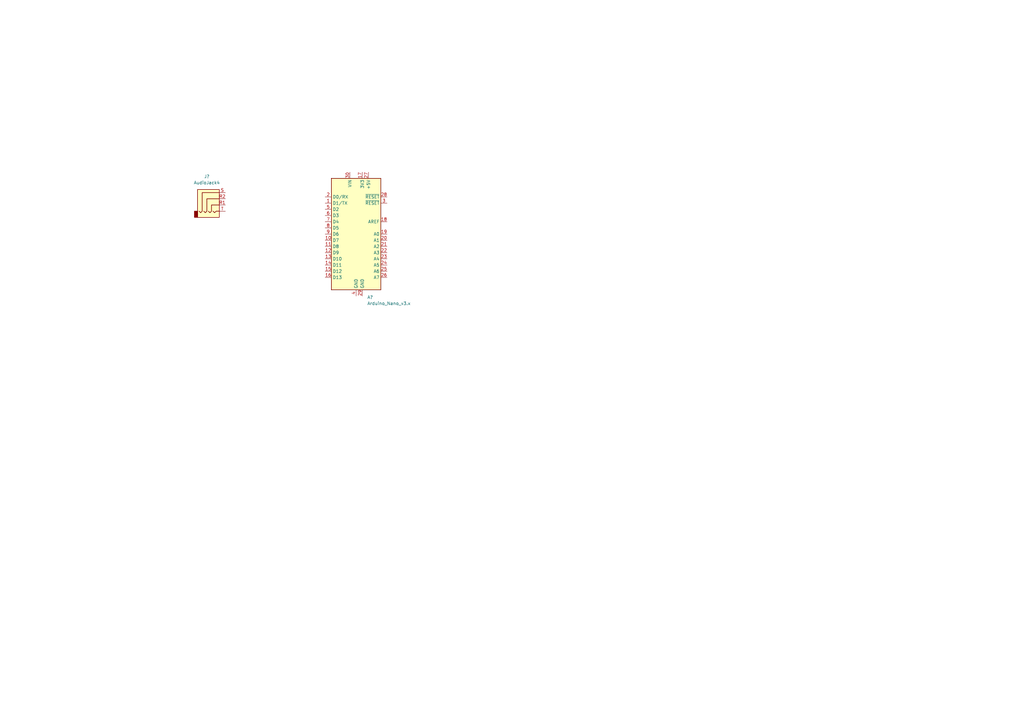
<source format=kicad_sch>
(kicad_sch (version 20211123) (generator eeschema)
  (paper "A3")
  (title_block (title "Pumpkinhead Animatronic Transceiver") (date "2022-09-07") (rev "0.0"))
  (lib_symbols
    (symbol "Connector:AudioJack4"
      (property "Reference" "J" (at 0 8.89 0))
      (property "Value" "AudioJack4" (at 0 6.35 0))
      (symbol "AudioJack4_0_1"
        (rectangle (start -6.35 -5.08) (end -7.62 -7.62) (stroke (width 0.254)) (fill (type outline)))
        (polyline (pts (xy 0 -5.08) (xy 0.635 -5.715) (xy 1.27 -5.08) (xy 2.54 -5.08)) (stroke (width 0.254)))
        (polyline (pts (xy -5.715 -5.08) (xy -5.08 -5.715) (xy -4.445 -5.08) (xy -4.445 2.54) (xy 2.54 2.54)) (stroke (width 0.254)))
        (polyline (pts (xy -1.905 -5.08) (xy -1.27 -5.715) (xy -0.635 -5.08) (xy -0.635 -2.54) (xy 2.54 -2.54)) (stroke (width 0.254)))
        (polyline (pts (xy 2.54 0) (xy -2.54 0) (xy -2.54 -5.08) (xy -3.175 -5.715) (xy -3.81 -5.08)) (stroke (width 0.254)))
        (rectangle (start 2.54 3.81) (end -6.35 -7.62) (stroke (width 0.254)) (fill (type background)))
      )
      (symbol "AudioJack4_1_1"
        (pin passive line (at 5.08 -2.54 180) (length 2.54) (name "~") (number "R1"))
        (pin passive line (at 5.08 0 180) (length 2.54) (name "~") (number "R2"))
        (pin passive line (at 5.08 2.54 180) (length 2.54) (name "~") (number "S"))
        (pin passive line (at 5.08 -5.08 180) (length 2.54) (name "~") (number "T"))
      )
    )
    (symbol "MCU_Module:Arduino_Nano_v3.x"
      (property "Reference" "A" (at -10.16 23.495 0))
      (property "Value" "Arduino_Nano_v3.x" (at 5.08 -24.13 0))
      (symbol "Arduino_Nano_v3.x_0_1"
        (rectangle (start -10.16 22.86) (end 10.16 -22.86) (stroke (width 0.254)) (fill (type background)))
      )
      (symbol "Arduino_Nano_v3.x_1_1"
        (pin bidirectional line (at -12.7 12.7 0) (length 2.54) (name "D1/TX") (number "1"))
        (pin bidirectional line (at -12.7 -2.54 0) (length 2.54) (name "D7") (number "10"))
        (pin bidirectional line (at -12.7 -5.08 0) (length 2.54) (name "D8") (number "11"))
        (pin bidirectional line (at -12.7 -7.62 0) (length 2.54) (name "D9") (number "12"))
        (pin bidirectional line (at -12.7 -10.16 0) (length 2.54) (name "D10") (number "13"))
        (pin bidirectional line (at -12.7 -12.7 0) (length 2.54) (name "D11") (number "14"))
        (pin bidirectional line (at -12.7 -15.24 0) (length 2.54) (name "D12") (number "15"))
        (pin bidirectional line (at -12.7 -17.78 0) (length 2.54) (name "D13") (number "16"))
        (pin power_out line (at 2.54 25.4 270) (length 2.54) (name "3V3") (number "17"))
        (pin input line (at 12.7 5.08 180) (length 2.54) (name "AREF") (number "18"))
        (pin bidirectional line (at 12.7 0 180) (length 2.54) (name "A0") (number "19"))
        (pin bidirectional line (at -12.7 15.24 0) (length 2.54) (name "D0/RX") (number "2"))
        (pin bidirectional line (at 12.7 -2.54 180) (length 2.54) (name "A1") (number "20"))
        (pin bidirectional line (at 12.7 -5.08 180) (length 2.54) (name "A2") (number "21"))
        (pin bidirectional line (at 12.7 -7.62 180) (length 2.54) (name "A3") (number "22"))
        (pin bidirectional line (at 12.7 -10.16 180) (length 2.54) (name "A4") (number "23"))
        (pin bidirectional line (at 12.7 -12.7 180) (length 2.54) (name "A5") (number "24"))
        (pin bidirectional line (at 12.7 -15.24 180) (length 2.54) (name "A6") (number "25"))
        (pin bidirectional line (at 12.7 -17.78 180) (length 2.54) (name "A7") (number "26"))
        (pin power_out line (at 5.08 25.4 270) (length 2.54) (name "+5V") (number "27"))
        (pin input line (at 12.7 15.24 180) (length 2.54) (name "~{RESET}") (number "28"))
        (pin power_in line (at 2.54 -25.4 90) (length 2.54) (name "GND") (number "29"))
        (pin input line (at 12.7 12.7 180) (length 2.54) (name "~{RESET}") (number "3"))
        (pin power_in line (at -2.54 25.4 270) (length 2.54) (name "VIN") (number "30"))
        (pin power_in line (at 0 -25.4 90) (length 2.54) (name "GND") (number "4"))
        (pin bidirectional line (at -12.7 10.16 0) (length 2.54) (name "D2") (number "5"))
        (pin bidirectional line (at -12.7 7.62 0) (length 2.54) (name "D3") (number "6"))
        (pin bidirectional line (at -12.7 5.08 0) (length 2.54) (name "D4") (number "7"))
        (pin bidirectional line (at -12.7 2.54 0) (length 2.54) (name "D5") (number "8"))
        (pin bidirectional line (at -12.7 0 0) (length 2.54) (name "D6") (number "9"))
      )
    )
  )
  (symbol (lib_id "MCU_Module:Arduino_Nano_v3.x") (at 146.05 96.012 0) (unit 1)
    (property "Reference" "A?" (at 150.6094 121.92 0) (effects (justify left)))
    (property "Value" "Arduino_Nano_v3.x" (at 150.6094 124.46 0) (effects (justify left)))
    (property "Footprint" "Module:Arduino_Nano" (effects hide))
    (property "Datasheet" "http://www.mouser.com/pdfdocs/Gravitech_Arduino_Nano3_0.pdf" (effects hide))
  )
  (symbol (lib_id "Connector:AudioJack4") (at 87.376 81.534 0) (unit 1)
    (property "Reference" "J?" (at 84.836 72.39 0))
    (property "Value" "AudioJack4" (at 84.836 74.93 0))
  )
)
</source>
